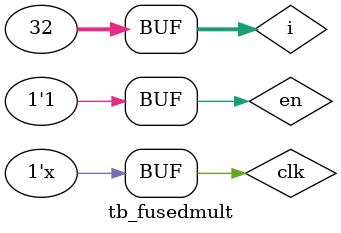
<source format=v>
`timescale 1ns / 1ps
module tb_fusedmult();
    parameter BITWIDTH = 32;

    //for my IP
    reg [BITWIDTH-1:0] ain;
    reg [BITWIDTH-1:0] bin;
    reg clk;
    reg en;
    wire [2*BITWIDTH-1:0] dout;    

    //for test
    integer i;
    //random test vector generation
    initial begin
        clk<=0;
        en<=0;
        #30;
        en<=1;
        for(i=0; i<32; i=i+1) begin
            ain = $urandom%(2**31);
            bin = $urandom%(2**31);
            #10;
        end
    end

    //my IP
    my_fusedmult #(BITWIDTH) MY_MAC(
        .ain(ain),
        .bin(bin),
        .en(en),
        .clk(clk),
        .dout(dout)
    );

    always #5 clk = ~clk;

endmodule

</source>
